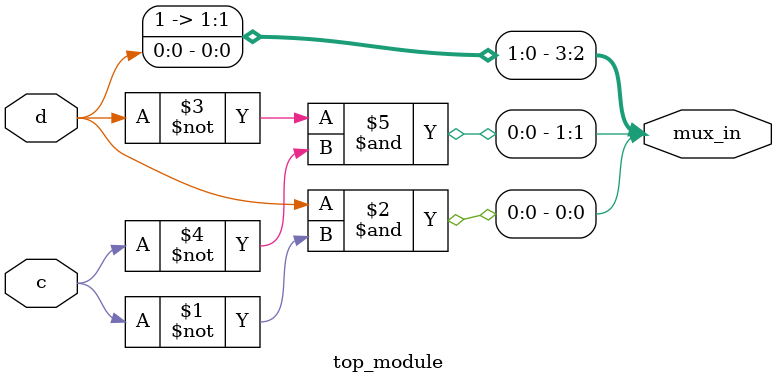
<source format=sv>
module top_module (
    input c,
    input d,
    output [3:0] mux_in
);

    // Assign values based on the provided Karnaugh map

    // ab = 00
    assign mux_in[0] = d & ~c;

    // ab = 01
    assign mux_in[1] = ~d & ~c;

    // ab = 11
    assign mux_in[3] = 1;

    // ab = 10
    assign mux_in[2] = d;

endmodule

</source>
